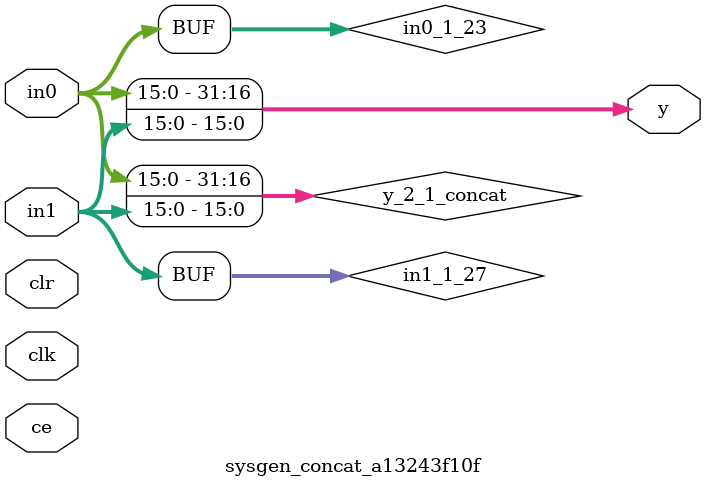
<source format=v>
module sysgen_concat_a13243f10f (
  input [(16 - 1):0] in0,
  input [(16 - 1):0] in1,
  output [(32 - 1):0] y,
  input clk,
  input ce,
  input clr);
  wire [(16 - 1):0] in0_1_23;
  wire [(16 - 1):0] in1_1_27;
  wire [(32 - 1):0] y_2_1_concat;
  assign in0_1_23 = in0;
  assign in1_1_27 = in1;
  assign y_2_1_concat = {in0_1_23, in1_1_27};
  assign y = y_2_1_concat;
endmodule
</source>
